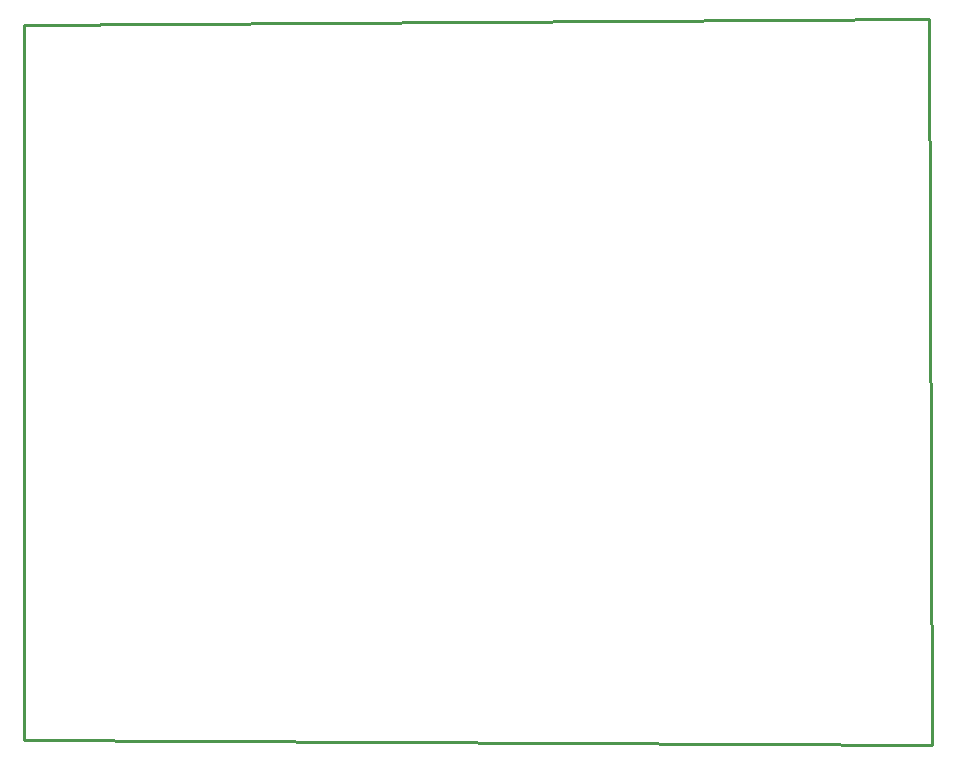
<source format=gko>
G04 Layer: BoardOutlineLayer*
G04 EasyEDA v6.5.34, 2023-08-22 14:58:17*
G04 f83e431953fc400cbb41a7eecddf86f7,363aeda0569944ed908a43946366a132,10*
G04 Gerber Generator version 0.2*
G04 Scale: 100 percent, Rotated: No, Reflected: No *
G04 Dimensions in millimeters *
G04 leading zeros omitted , absolute positions ,4 integer and 5 decimal *
%FSLAX45Y45*%
%MOMM*%

%ADD10C,0.2540*%
D10*
X698500Y4533900D02*
G01*
X700023Y4546600D01*
X8356600Y4597400D01*
X8382000Y-1549400D01*
X700023Y-1501139D01*
X698500Y4546600D01*

%LPD*%
M02*

</source>
